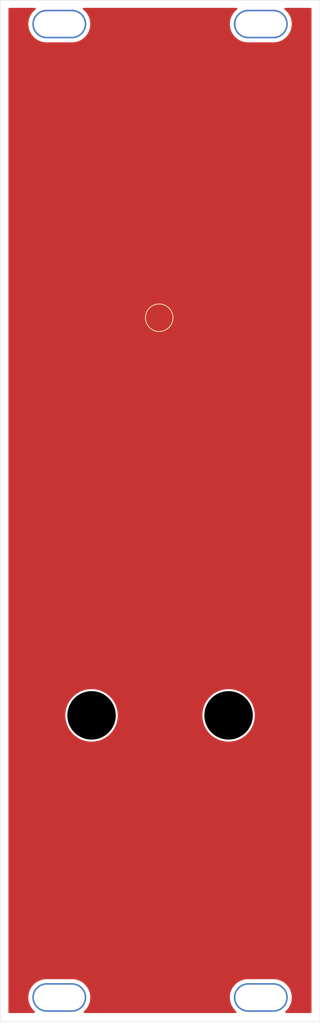
<source format=kicad_pcb>
(kicad_pcb (version 20241229) (generator "pcbnew") (generator_version "9.0")
  (layers (0 "F.Cu" signal) (2 "B.Cu" signal) (13 "F.Paste" user) (15 "B.Paste" user) (5 "F.SilkS" user "F.Silkscreen") (7 "B.SilkS" user "B.Silkscreen") (1 "F.Mask" user) (3 "B.Mask" user) (25 "Edge.Cuts" user))
  (net 0 "")
  (footprint "MAI_PanelHole:PanelHole_EurorackMounting" (layer "F.Cu") (at 52.85 23)
    (property "Reference" "REF**" (hide yes))
    (property "Value" "PanelHole_EurorackMounting" (hide yes))
    (pad "" thru_hole oval (at 0 0) (size 6.8 3.6) (drill oval 6.4 3.2) (layers "*.Cu" "*.Mask"))
  )
  (footprint "MAI_PanelHole:PanelHole_EurorackMounting" (layer "F.Cu") (at 52.85 145.5)
    (property "Reference" "REF**" (hide yes))
    (property "Value" "PanelHole_EurorackMounting" (hide yes))
    (pad "" thru_hole oval (at 0 0) (size 6.8 3.6) (drill oval 6.4 3.2) (layers "*.Cu" "*.Mask"))
  )
  (footprint "MAI_Logo:MAI_Logo_10.5mm_Soldermask" (layer "F.Cu") (at 40.15 140.065)
    (property "Reference" "REF**" (hide yes))
    (property "Value" "MAI_Logo_10.5mm_Soldermask" (hide yes))
  )
  (footprint "MAI_PanelHole:PanelHole_PJ301BM" (layer "F.Cu") (at 31.514286 110)
    (property "Reference" "REF**" (hide yes))
    (property "Value" "PanelHole_PJ301BM" (hide yes))
    (pad "" np_thru_hole circle (at 0 0) (size 6.1 6.1) (drill 6.1) (layers "*.Mask"))
  )
  (footprint "MAI_PanelHole:PanelHole_EurorackMounting" (layer "F.Cu") (at 27.45 23)
    (property "Reference" "REF**" (hide yes))
    (property "Value" "PanelHole_EurorackMounting" (hide yes))
    (pad "" thru_hole oval (at 0 0) (size 6.8 3.6) (drill oval 6.4 3.2) (layers "*.Cu" "*.Mask"))
  )
  (footprint "MAI_PanelHole:PanelHole_EurorackMounting" (layer "F.Cu") (at 27.45 145.5)
    (property "Reference" "REF**" (hide yes))
    (property "Value" "PanelHole_EurorackMounting" (hide yes))
    (pad "" thru_hole oval (at 0 0) (size 6.8 3.6) (drill oval 6.4 3.2) (layers "*.Cu" "*.Mask"))
  )
  (footprint "MAI_PanelHole:PanelHole_PJ301BM_Output" (layer "F.Cu") (at 48.785714 110)
    (property "Reference" "REF**" (hide yes))
    (property "Value" "PanelHole_PJ301BM_Output" (hide yes))
    (pad "" np_thru_hole circle (at 0 0) (size 6.1 6.1) (drill 6.1) (layers "*.Mask"))
  )
  (gr_circle (center 40.04 59.96) (end 41.04 61.374214) (stroke (width 0.1)) (fill no) (layer "F.SilkS"))
  (gr_rect (start 20 20) (end 60.3 148.5) (stroke (width 0.05)) (fill no) (layer "Edge.Cuts"))
  (zone (net 0) (net_name "") (layer "F.Cu") (connect_pads (clearance 0.5)) (min_thickness 0.25) (fill yes (thermal_gap 0.5) (thermal_bridge_width 0.5) (island_removal_mode 1) (island_area_min 10))
    (polygon (pts (xy 21.04 20.96) (xy 59.24 20.96) (xy 59.24 147.46) (xy 21.04 147.46)))
  )
)
</source>
